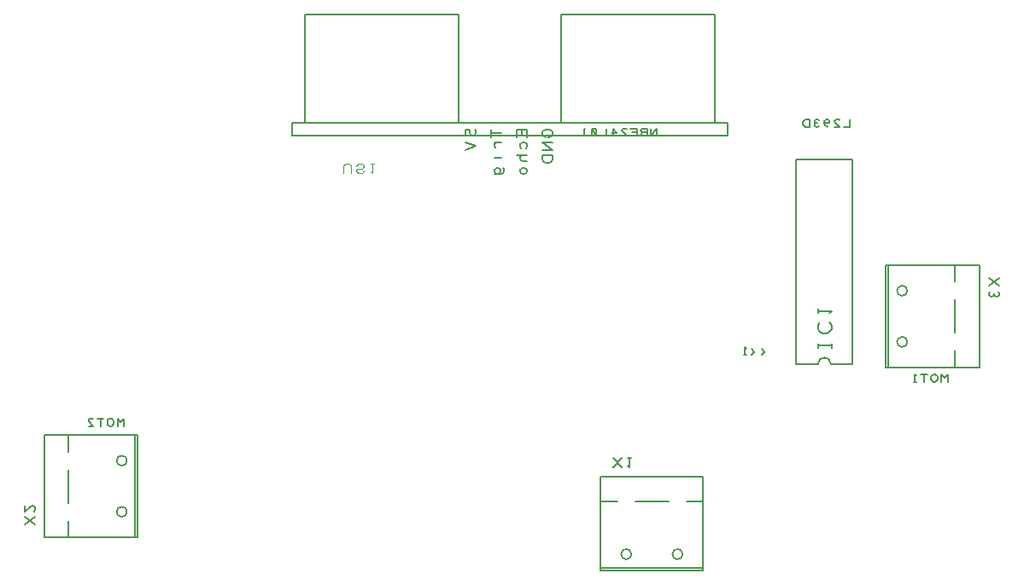
<source format=gbr>
G04 DesignSpark PCB Gerber Version 12.0 Build 5942*
%FSLAX35Y35*%
%MOIN*%
%ADD17C,0.00400*%
%ADD10C,0.00500*%
%ADD14C,0.00591*%
%ADD13C,0.00600*%
%ADD16C,0.00700*%
X0Y0D02*
D02*
D10*
X26443Y49581D02*
X30193Y52706D01*
Y49581D02*
X26443Y52706D01*
Y57081D02*
Y54581D01*
X28631Y56768D01*
X29256Y57081D01*
X29881Y56768D01*
X30193Y56143D01*
Y55206D01*
X29881Y54581D01*
X130683Y206608D02*
X300683D01*
Y201608D01*
X130683D01*
Y206608D01*
X135683Y249108D02*
X195683D01*
Y206608D01*
X135683D01*
Y249108D01*
X235683D02*
X295683D01*
Y206608D01*
X235683D01*
Y249108D01*
X256116Y75789D02*
X259241Y72039D01*
X256116D02*
X259241Y75789D01*
X261741D02*
X262991D01*
X262366D02*
Y72039D01*
X261741Y72664D01*
X406537Y145998D02*
X402787Y142873D01*
Y145998D02*
X406537Y142873D01*
X406224Y140685D02*
X406537Y140061D01*
Y139435D01*
X406224Y138811D01*
X405599Y138498D01*
X404974Y138811D01*
X404662Y139435D01*
Y140061D01*
Y139435D02*
X404349Y138811D01*
X403724Y138498D01*
X403099Y138811D01*
X402787Y139435D01*
Y140061D01*
X403099Y140685D01*
D02*
D13*
X43506Y51081D02*
Y44581D01*
X69506D01*
Y84581D01*
X43506D01*
Y58081D02*
Y71081D01*
Y78081D02*
Y84581D01*
X34006D01*
Y44581D01*
X43506D01*
X64206Y56581D02*
G75*
G02*
Y52581I0J-2000D01*
G01*
G75*
G02*
Y56581I0J2000D01*
G01*
Y76581D02*
G75*
G02*
Y72581I0J-2000D01*
G01*
G75*
G02*
Y76581I0J2000D01*
G01*
X69506Y44581D02*
X70506D01*
Y84581D01*
X69506D01*
X251116Y32726D02*
Y31726D01*
X291116D01*
Y32726D01*
X257616Y58726D02*
X251116D01*
Y32726D01*
X291116D01*
Y58726D01*
X263116Y38026D02*
G75*
G02*
X259116I-2000J0D01*
G01*
G75*
G02*
X263116I2000J0D01*
G01*
X264616Y58726D02*
X277616D01*
X283116Y38026D02*
G75*
G02*
X279116I-2000J0D01*
G01*
G75*
G02*
X283116I2000J0D01*
G01*
X284616Y58726D02*
X291116D01*
Y68226D01*
X251116D01*
Y58726D01*
X349439Y112376D02*
X340939D01*
G75*
G03*
X335939I-2500J0D01*
G01*
X327439D01*
Y192376D01*
X349439D01*
Y112376D01*
X363474Y150998D02*
X362474D01*
Y110998D01*
X363474D01*
X368774Y118998D02*
G75*
G02*
Y122998I0J2000D01*
G01*
G75*
G02*
Y118998I0J-2000D01*
G01*
Y138998D02*
G75*
G02*
Y142998I0J2000D01*
G01*
G75*
G02*
Y138998I0J-2000D01*
G01*
X389474Y117498D02*
Y110998D01*
X398974D01*
Y150998D01*
X389474D01*
Y137498D02*
Y124498D01*
Y144498D02*
Y150998D01*
X363474D01*
Y110998D01*
X389474D01*
D02*
D14*
X64974Y88114D02*
Y91067D01*
X63744Y89591D01*
X62514Y91067D01*
Y88114D01*
X61037Y89098D02*
Y90083D01*
X60791Y90575D01*
X60545Y90821D01*
X60053Y91067D01*
X59561D01*
X59069Y90821D01*
X58823Y90575D01*
X58577Y90083D01*
Y89098D01*
X58823Y88606D01*
X59069Y88360D01*
X59561Y88114D01*
X60053D01*
X60545Y88360D01*
X60791Y88606D01*
X61037Y89098D01*
X55870Y88114D02*
Y91067D01*
X57100D02*
X54640D01*
X51195Y88114D02*
X53163D01*
X51441Y89837D01*
X51195Y90329D01*
X51441Y90821D01*
X51933Y91067D01*
X52671D01*
X53163Y90821D01*
X273124Y201500D02*
Y204453D01*
X270663Y201500D01*
Y204453D01*
X269187Y201500D02*
Y204453D01*
X267465D01*
X266972Y204207D01*
X266726Y203715D01*
X266972Y203222D01*
X267465Y202976D01*
X269187D01*
X267465D02*
X266726Y201500D01*
X265250D02*
Y204453D01*
X262789D01*
X263281Y202976D02*
X265250D01*
X259344Y201500D02*
X261313D01*
X259591Y203222D01*
X259344Y203715D01*
X259591Y204207D01*
X260083Y204453D01*
X260821D01*
X261313Y204207D01*
X256146Y201500D02*
Y204453D01*
X257376Y202484D01*
X255407D01*
X253439Y204453D02*
Y201500D01*
X250978D01*
X249256Y201746D02*
X248764Y201500D01*
X248272D01*
X247780Y201746D01*
X247533Y202238D01*
Y203715D01*
X247780Y204207D01*
X248272Y204453D01*
X248764D01*
X249256Y204207D01*
X249502Y203715D01*
Y202238D01*
X249256Y201746D01*
X247780Y204207D01*
X245073Y201500D02*
X244089D01*
X244581D02*
Y204453D01*
X245073Y203961D01*
X313852Y115909D02*
X315083Y117140D01*
X313852Y118370D01*
X309915Y115909D02*
X311146Y117140D01*
X309915Y118370D01*
X307947Y115909D02*
X306963D01*
X307455D02*
Y118862D01*
X307947Y118370D01*
X348321Y207957D02*
Y205004D01*
X345860D01*
X342415D02*
X344384D01*
X342661Y206726D01*
X342415Y207219D01*
X342661Y207711D01*
X343154Y207957D01*
X343892D01*
X344384Y207711D01*
X339709Y205004D02*
X339217Y205250D01*
X338724Y205742D01*
X338478Y206480D01*
Y207219D01*
X338724Y207711D01*
X339217Y207957D01*
X339709D01*
X340201Y207711D01*
X340447Y207219D01*
X340201Y206726D01*
X339709Y206480D01*
X339217D01*
X338724Y206726D01*
X338478Y207219D01*
X336264Y205250D02*
X335772Y205004D01*
X335280D01*
X334787Y205250D01*
X334541Y205742D01*
X334787Y206234D01*
X335280Y206480D01*
X335772D01*
X335280D02*
X334787Y206726D01*
X334541Y207219D01*
X334787Y207711D01*
X335280Y207957D01*
X335772D01*
X336264Y207711D01*
X332573Y205004D02*
Y207957D01*
X331096D01*
X330604Y207711D01*
X330358Y207465D01*
X330112Y206972D01*
Y205988D01*
X330358Y205496D01*
X330604Y205250D01*
X331096Y205004D01*
X332573D01*
X386510Y105398D02*
Y108350D01*
X385280Y106874D01*
X384049Y108350D01*
Y105398D01*
X382573Y106382D02*
Y107366D01*
X382327Y107858D01*
X382081Y108104D01*
X381589Y108350D01*
X381096D01*
X380604Y108104D01*
X380358Y107858D01*
X380112Y107366D01*
Y106382D01*
X380358Y105890D01*
X380604Y105644D01*
X381096Y105398D01*
X381589D01*
X382081Y105644D01*
X382327Y105890D01*
X382573Y106382D01*
X377406Y105398D02*
Y108350D01*
X378636D02*
X376175D01*
X374207Y105398D02*
X373222D01*
X373715D02*
Y108350D01*
X374207Y107858D01*
D02*
D16*
X201933Y204108D02*
X202246Y203483D01*
Y202546D01*
X201933Y201921D01*
X201308Y201608D01*
X200996D01*
X200370Y201921D01*
X200058Y202546D01*
Y204108D01*
X198496D01*
Y201608D01*
Y199108D02*
X202246Y197546D01*
X198496Y195983D01*
X212246Y202546D02*
X208496D01*
Y204108D02*
Y200983D01*
X212246Y199108D02*
X209746D01*
X210683D02*
X210058Y198796D01*
X209746Y198171D01*
Y197546D01*
X210058Y196921D01*
X212246Y192858D02*
X209746D01*
X208808D02*
X210683Y186608D02*
X210058Y186921D01*
X209746Y187546D01*
Y188171D01*
X210058Y188796D01*
X210683Y189108D01*
X210996D01*
X211620Y188796D01*
X211933Y188171D01*
Y187546D01*
X211620Y186921D01*
X210996Y186608D01*
X209746D02*
X212246D01*
X212870Y186921D01*
X213183Y187546D01*
Y188483D01*
X212870Y189108D01*
X222246Y204108D02*
X218496D01*
Y200983D01*
X220370Y201608D02*
Y204108D01*
X222246D02*
Y200983D01*
X220058Y196608D02*
X219746Y197233D01*
Y198171D01*
X220058Y198796D01*
X220683Y199108D01*
X221308D01*
X221933Y198796D01*
X222246Y198171D01*
Y197233D01*
X221933Y196608D01*
X222246Y194108D02*
X218496D01*
X220683D02*
X220058Y193796D01*
X219746Y193171D01*
Y192546D01*
X220058Y191921D01*
X220683Y191608D01*
X222246D01*
X221308Y189108D02*
X221933Y188796D01*
X222246Y188171D01*
Y187546D01*
X221933Y186921D01*
X221308Y186608D01*
X220683D01*
X220058Y186921D01*
X219746Y187546D01*
Y188171D01*
X220058Y188796D01*
X220683Y189108D01*
X221308D01*
X230683Y201921D02*
Y200983D01*
X230996D01*
X231620Y201296D01*
X231933Y201608D01*
X232246Y202233D01*
Y202858D01*
X231933Y203483D01*
X231620Y203796D01*
X230996Y204108D01*
X229746D01*
X229120Y203796D01*
X228808Y203483D01*
X228496Y202858D01*
Y202233D01*
X228808Y201608D01*
X229120Y201296D01*
X229746Y200983D01*
X232246Y199108D02*
X228496D01*
X232246Y195983D01*
X228496D01*
X232246Y194108D02*
X228496D01*
Y192233D01*
X228808Y191608D01*
X229120Y191296D01*
X229746Y190983D01*
X230996D01*
X231620Y191296D01*
X231933Y191608D01*
X232246Y192233D01*
Y194108D01*
X335952Y118689D02*
Y120439D01*
Y119563D02*
X341202D01*
Y118689D02*
Y120439D01*
X336826Y128751D02*
X336389Y128313D01*
X335952Y127439D01*
Y126126D01*
X336389Y125251D01*
X336826Y124813D01*
X337702Y124376D01*
X339452D01*
X340326Y124813D01*
X340764Y125251D01*
X341202Y126126D01*
Y127439D01*
X340764Y128313D01*
X340326Y128751D01*
X335952Y132251D02*
Y134001D01*
Y133126D02*
X341202D01*
X340326Y132251D01*
D02*
D17*
X150683Y186921D02*
Y189733D01*
X150996Y190358D01*
X151620Y190671D01*
X152870D01*
X153496Y190358D01*
X153808Y189733D01*
Y186921D01*
X155683Y189733D02*
X155996Y190358D01*
X156620Y190671D01*
X157870D01*
X158496Y190358D01*
X158808Y189733D01*
X158496Y189108D01*
X157870Y188796D01*
X156620D01*
X155996Y188483D01*
X155683Y187858D01*
X155996Y187233D01*
X156620Y186921D01*
X157870D01*
X158496Y187233D01*
X158808Y187858D01*
X161308Y190671D02*
X162558D01*
X161933D02*
Y186921D01*
X161308Y187546D01*
X0Y0D02*
M02*

</source>
